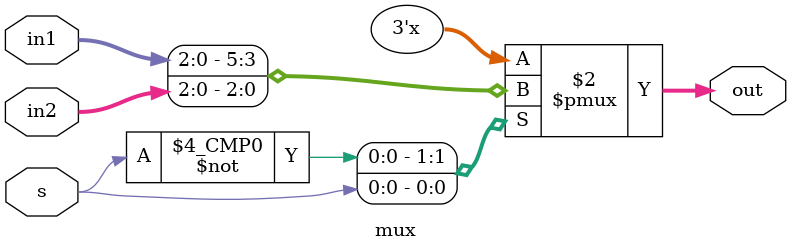
<source format=v>
`timescale 1ns / 1ps
module mux(out,in1,in2,s);
parameter n = 3;
input [n-1:0] in1,in2;
input s;
output reg [n-1:0] out;
always@(*)
begin
	case(s)
		0: out = in1;
		1: out = in2;
		default: out = 0;
	endcase
end


endmodule

</source>
